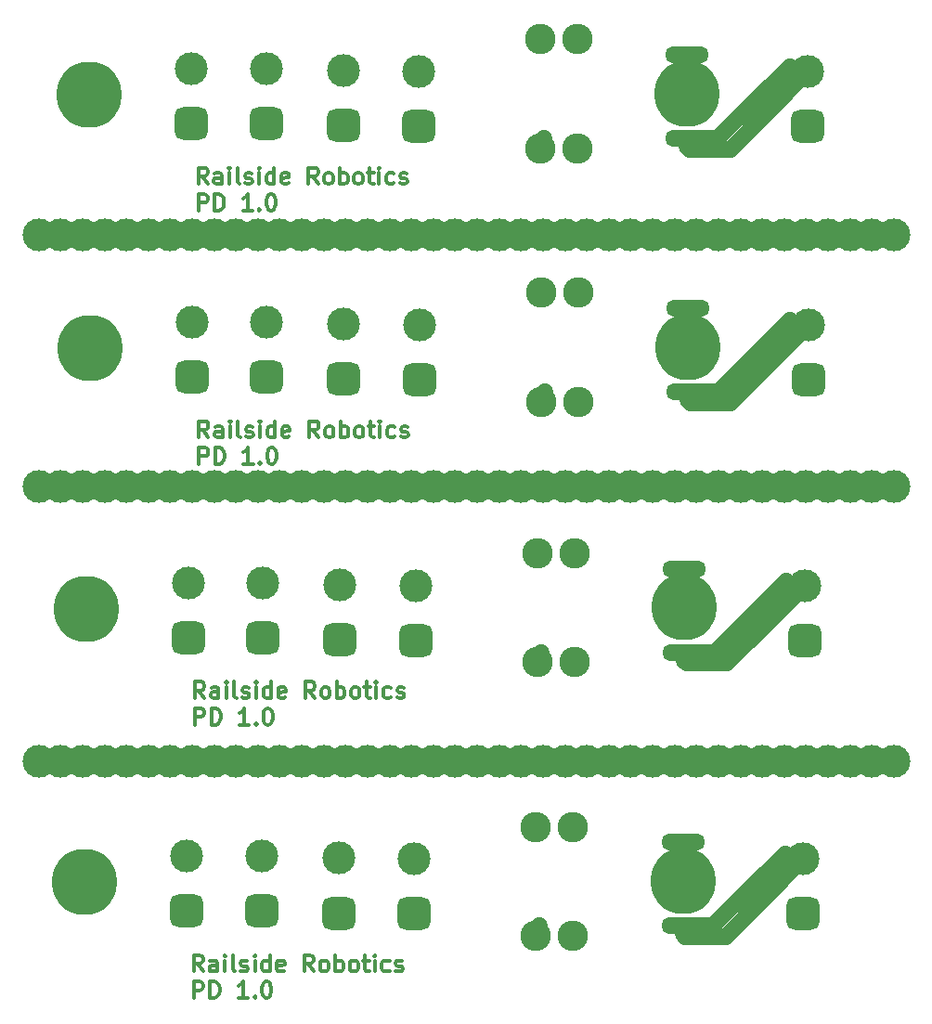
<source format=gbr>
%TF.GenerationSoftware,KiCad,Pcbnew,8.0.6*%
%TF.CreationDate,2024-11-20T17:21:20-05:00*%
%TF.ProjectId,RailsidePDB,5261696c-7369-4646-9550-44422e6b6963,rev?*%
%TF.SameCoordinates,Original*%
%TF.FileFunction,Copper,L1,Top*%
%TF.FilePolarity,Positive*%
%FSLAX46Y46*%
G04 Gerber Fmt 4.6, Leading zero omitted, Abs format (unit mm)*
G04 Created by KiCad (PCBNEW 8.0.6) date 2024-11-20 17:21:20*
%MOMM*%
%LPD*%
G01*
G04 APERTURE LIST*
G04 Aperture macros list*
%AMRoundRect*
0 Rectangle with rounded corners*
0 $1 Rounding radius*
0 $2 $3 $4 $5 $6 $7 $8 $9 X,Y pos of 4 corners*
0 Add a 4 corners polygon primitive as box body*
4,1,4,$2,$3,$4,$5,$6,$7,$8,$9,$2,$3,0*
0 Add four circle primitives for the rounded corners*
1,1,$1+$1,$2,$3*
1,1,$1+$1,$4,$5*
1,1,$1+$1,$6,$7*
1,1,$1+$1,$8,$9*
0 Add four rect primitives between the rounded corners*
20,1,$1+$1,$2,$3,$4,$5,0*
20,1,$1+$1,$4,$5,$6,$7,0*
20,1,$1+$1,$6,$7,$8,$9,0*
20,1,$1+$1,$8,$9,$2,$3,0*%
G04 Aperture macros list end*
%ADD10C,0.300000*%
%TA.AperFunction,NonConductor*%
%ADD11C,0.300000*%
%TD*%
%TA.AperFunction,ComponentPad*%
%ADD12C,3.000000*%
%TD*%
%TA.AperFunction,ComponentPad*%
%ADD13RoundRect,0.750000X0.750000X-0.750000X0.750000X0.750000X-0.750000X0.750000X-0.750000X-0.750000X0*%
%TD*%
%TA.AperFunction,ComponentPad*%
%ADD14C,2.780000*%
%TD*%
%TA.AperFunction,ComponentPad*%
%ADD15O,6.000000X6.000000*%
%TD*%
%TA.AperFunction,ComponentPad*%
%ADD16O,4.000000X1.500000*%
%TD*%
%TA.AperFunction,Conductor*%
%ADD17C,1.500000*%
%TD*%
G04 APERTURE END LIST*
D10*
D11*
X67001653Y-153195912D02*
X66501653Y-152481626D01*
X66144510Y-153195912D02*
X66144510Y-151695912D01*
X66144510Y-151695912D02*
X66715939Y-151695912D01*
X66715939Y-151695912D02*
X66858796Y-151767341D01*
X66858796Y-151767341D02*
X66930225Y-151838769D01*
X66930225Y-151838769D02*
X67001653Y-151981626D01*
X67001653Y-151981626D02*
X67001653Y-152195912D01*
X67001653Y-152195912D02*
X66930225Y-152338769D01*
X66930225Y-152338769D02*
X66858796Y-152410198D01*
X66858796Y-152410198D02*
X66715939Y-152481626D01*
X66715939Y-152481626D02*
X66144510Y-152481626D01*
X68287368Y-153195912D02*
X68287368Y-152410198D01*
X68287368Y-152410198D02*
X68215939Y-152267341D01*
X68215939Y-152267341D02*
X68073082Y-152195912D01*
X68073082Y-152195912D02*
X67787368Y-152195912D01*
X67787368Y-152195912D02*
X67644510Y-152267341D01*
X68287368Y-153124484D02*
X68144510Y-153195912D01*
X68144510Y-153195912D02*
X67787368Y-153195912D01*
X67787368Y-153195912D02*
X67644510Y-153124484D01*
X67644510Y-153124484D02*
X67573082Y-152981626D01*
X67573082Y-152981626D02*
X67573082Y-152838769D01*
X67573082Y-152838769D02*
X67644510Y-152695912D01*
X67644510Y-152695912D02*
X67787368Y-152624484D01*
X67787368Y-152624484D02*
X68144510Y-152624484D01*
X68144510Y-152624484D02*
X68287368Y-152553055D01*
X69001653Y-153195912D02*
X69001653Y-152195912D01*
X69001653Y-151695912D02*
X68930225Y-151767341D01*
X68930225Y-151767341D02*
X69001653Y-151838769D01*
X69001653Y-151838769D02*
X69073082Y-151767341D01*
X69073082Y-151767341D02*
X69001653Y-151695912D01*
X69001653Y-151695912D02*
X69001653Y-151838769D01*
X69930225Y-153195912D02*
X69787368Y-153124484D01*
X69787368Y-153124484D02*
X69715939Y-152981626D01*
X69715939Y-152981626D02*
X69715939Y-151695912D01*
X70430225Y-153124484D02*
X70573082Y-153195912D01*
X70573082Y-153195912D02*
X70858796Y-153195912D01*
X70858796Y-153195912D02*
X71001653Y-153124484D01*
X71001653Y-153124484D02*
X71073082Y-152981626D01*
X71073082Y-152981626D02*
X71073082Y-152910198D01*
X71073082Y-152910198D02*
X71001653Y-152767341D01*
X71001653Y-152767341D02*
X70858796Y-152695912D01*
X70858796Y-152695912D02*
X70644511Y-152695912D01*
X70644511Y-152695912D02*
X70501653Y-152624484D01*
X70501653Y-152624484D02*
X70430225Y-152481626D01*
X70430225Y-152481626D02*
X70430225Y-152410198D01*
X70430225Y-152410198D02*
X70501653Y-152267341D01*
X70501653Y-152267341D02*
X70644511Y-152195912D01*
X70644511Y-152195912D02*
X70858796Y-152195912D01*
X70858796Y-152195912D02*
X71001653Y-152267341D01*
X71715939Y-153195912D02*
X71715939Y-152195912D01*
X71715939Y-151695912D02*
X71644511Y-151767341D01*
X71644511Y-151767341D02*
X71715939Y-151838769D01*
X71715939Y-151838769D02*
X71787368Y-151767341D01*
X71787368Y-151767341D02*
X71715939Y-151695912D01*
X71715939Y-151695912D02*
X71715939Y-151838769D01*
X73073083Y-153195912D02*
X73073083Y-151695912D01*
X73073083Y-153124484D02*
X72930225Y-153195912D01*
X72930225Y-153195912D02*
X72644511Y-153195912D01*
X72644511Y-153195912D02*
X72501654Y-153124484D01*
X72501654Y-153124484D02*
X72430225Y-153053055D01*
X72430225Y-153053055D02*
X72358797Y-152910198D01*
X72358797Y-152910198D02*
X72358797Y-152481626D01*
X72358797Y-152481626D02*
X72430225Y-152338769D01*
X72430225Y-152338769D02*
X72501654Y-152267341D01*
X72501654Y-152267341D02*
X72644511Y-152195912D01*
X72644511Y-152195912D02*
X72930225Y-152195912D01*
X72930225Y-152195912D02*
X73073083Y-152267341D01*
X74358797Y-153124484D02*
X74215940Y-153195912D01*
X74215940Y-153195912D02*
X73930226Y-153195912D01*
X73930226Y-153195912D02*
X73787368Y-153124484D01*
X73787368Y-153124484D02*
X73715940Y-152981626D01*
X73715940Y-152981626D02*
X73715940Y-152410198D01*
X73715940Y-152410198D02*
X73787368Y-152267341D01*
X73787368Y-152267341D02*
X73930226Y-152195912D01*
X73930226Y-152195912D02*
X74215940Y-152195912D01*
X74215940Y-152195912D02*
X74358797Y-152267341D01*
X74358797Y-152267341D02*
X74430226Y-152410198D01*
X74430226Y-152410198D02*
X74430226Y-152553055D01*
X74430226Y-152553055D02*
X73715940Y-152695912D01*
X77073082Y-153195912D02*
X76573082Y-152481626D01*
X76215939Y-153195912D02*
X76215939Y-151695912D01*
X76215939Y-151695912D02*
X76787368Y-151695912D01*
X76787368Y-151695912D02*
X76930225Y-151767341D01*
X76930225Y-151767341D02*
X77001654Y-151838769D01*
X77001654Y-151838769D02*
X77073082Y-151981626D01*
X77073082Y-151981626D02*
X77073082Y-152195912D01*
X77073082Y-152195912D02*
X77001654Y-152338769D01*
X77001654Y-152338769D02*
X76930225Y-152410198D01*
X76930225Y-152410198D02*
X76787368Y-152481626D01*
X76787368Y-152481626D02*
X76215939Y-152481626D01*
X77930225Y-153195912D02*
X77787368Y-153124484D01*
X77787368Y-153124484D02*
X77715939Y-153053055D01*
X77715939Y-153053055D02*
X77644511Y-152910198D01*
X77644511Y-152910198D02*
X77644511Y-152481626D01*
X77644511Y-152481626D02*
X77715939Y-152338769D01*
X77715939Y-152338769D02*
X77787368Y-152267341D01*
X77787368Y-152267341D02*
X77930225Y-152195912D01*
X77930225Y-152195912D02*
X78144511Y-152195912D01*
X78144511Y-152195912D02*
X78287368Y-152267341D01*
X78287368Y-152267341D02*
X78358797Y-152338769D01*
X78358797Y-152338769D02*
X78430225Y-152481626D01*
X78430225Y-152481626D02*
X78430225Y-152910198D01*
X78430225Y-152910198D02*
X78358797Y-153053055D01*
X78358797Y-153053055D02*
X78287368Y-153124484D01*
X78287368Y-153124484D02*
X78144511Y-153195912D01*
X78144511Y-153195912D02*
X77930225Y-153195912D01*
X79073082Y-153195912D02*
X79073082Y-151695912D01*
X79073082Y-152267341D02*
X79215940Y-152195912D01*
X79215940Y-152195912D02*
X79501654Y-152195912D01*
X79501654Y-152195912D02*
X79644511Y-152267341D01*
X79644511Y-152267341D02*
X79715940Y-152338769D01*
X79715940Y-152338769D02*
X79787368Y-152481626D01*
X79787368Y-152481626D02*
X79787368Y-152910198D01*
X79787368Y-152910198D02*
X79715940Y-153053055D01*
X79715940Y-153053055D02*
X79644511Y-153124484D01*
X79644511Y-153124484D02*
X79501654Y-153195912D01*
X79501654Y-153195912D02*
X79215940Y-153195912D01*
X79215940Y-153195912D02*
X79073082Y-153124484D01*
X80644511Y-153195912D02*
X80501654Y-153124484D01*
X80501654Y-153124484D02*
X80430225Y-153053055D01*
X80430225Y-153053055D02*
X80358797Y-152910198D01*
X80358797Y-152910198D02*
X80358797Y-152481626D01*
X80358797Y-152481626D02*
X80430225Y-152338769D01*
X80430225Y-152338769D02*
X80501654Y-152267341D01*
X80501654Y-152267341D02*
X80644511Y-152195912D01*
X80644511Y-152195912D02*
X80858797Y-152195912D01*
X80858797Y-152195912D02*
X81001654Y-152267341D01*
X81001654Y-152267341D02*
X81073083Y-152338769D01*
X81073083Y-152338769D02*
X81144511Y-152481626D01*
X81144511Y-152481626D02*
X81144511Y-152910198D01*
X81144511Y-152910198D02*
X81073083Y-153053055D01*
X81073083Y-153053055D02*
X81001654Y-153124484D01*
X81001654Y-153124484D02*
X80858797Y-153195912D01*
X80858797Y-153195912D02*
X80644511Y-153195912D01*
X81573083Y-152195912D02*
X82144511Y-152195912D01*
X81787368Y-151695912D02*
X81787368Y-152981626D01*
X81787368Y-152981626D02*
X81858797Y-153124484D01*
X81858797Y-153124484D02*
X82001654Y-153195912D01*
X82001654Y-153195912D02*
X82144511Y-153195912D01*
X82644511Y-153195912D02*
X82644511Y-152195912D01*
X82644511Y-151695912D02*
X82573083Y-151767341D01*
X82573083Y-151767341D02*
X82644511Y-151838769D01*
X82644511Y-151838769D02*
X82715940Y-151767341D01*
X82715940Y-151767341D02*
X82644511Y-151695912D01*
X82644511Y-151695912D02*
X82644511Y-151838769D01*
X84001655Y-153124484D02*
X83858797Y-153195912D01*
X83858797Y-153195912D02*
X83573083Y-153195912D01*
X83573083Y-153195912D02*
X83430226Y-153124484D01*
X83430226Y-153124484D02*
X83358797Y-153053055D01*
X83358797Y-153053055D02*
X83287369Y-152910198D01*
X83287369Y-152910198D02*
X83287369Y-152481626D01*
X83287369Y-152481626D02*
X83358797Y-152338769D01*
X83358797Y-152338769D02*
X83430226Y-152267341D01*
X83430226Y-152267341D02*
X83573083Y-152195912D01*
X83573083Y-152195912D02*
X83858797Y-152195912D01*
X83858797Y-152195912D02*
X84001655Y-152267341D01*
X84573083Y-153124484D02*
X84715940Y-153195912D01*
X84715940Y-153195912D02*
X85001654Y-153195912D01*
X85001654Y-153195912D02*
X85144511Y-153124484D01*
X85144511Y-153124484D02*
X85215940Y-152981626D01*
X85215940Y-152981626D02*
X85215940Y-152910198D01*
X85215940Y-152910198D02*
X85144511Y-152767341D01*
X85144511Y-152767341D02*
X85001654Y-152695912D01*
X85001654Y-152695912D02*
X84787369Y-152695912D01*
X84787369Y-152695912D02*
X84644511Y-152624484D01*
X84644511Y-152624484D02*
X84573083Y-152481626D01*
X84573083Y-152481626D02*
X84573083Y-152410198D01*
X84573083Y-152410198D02*
X84644511Y-152267341D01*
X84644511Y-152267341D02*
X84787369Y-152195912D01*
X84787369Y-152195912D02*
X85001654Y-152195912D01*
X85001654Y-152195912D02*
X85144511Y-152267341D01*
X66144510Y-155610828D02*
X66144510Y-154110828D01*
X66144510Y-154110828D02*
X66715939Y-154110828D01*
X66715939Y-154110828D02*
X66858796Y-154182257D01*
X66858796Y-154182257D02*
X66930225Y-154253685D01*
X66930225Y-154253685D02*
X67001653Y-154396542D01*
X67001653Y-154396542D02*
X67001653Y-154610828D01*
X67001653Y-154610828D02*
X66930225Y-154753685D01*
X66930225Y-154753685D02*
X66858796Y-154825114D01*
X66858796Y-154825114D02*
X66715939Y-154896542D01*
X66715939Y-154896542D02*
X66144510Y-154896542D01*
X67644510Y-155610828D02*
X67644510Y-154110828D01*
X67644510Y-154110828D02*
X68001653Y-154110828D01*
X68001653Y-154110828D02*
X68215939Y-154182257D01*
X68215939Y-154182257D02*
X68358796Y-154325114D01*
X68358796Y-154325114D02*
X68430225Y-154467971D01*
X68430225Y-154467971D02*
X68501653Y-154753685D01*
X68501653Y-154753685D02*
X68501653Y-154967971D01*
X68501653Y-154967971D02*
X68430225Y-155253685D01*
X68430225Y-155253685D02*
X68358796Y-155396542D01*
X68358796Y-155396542D02*
X68215939Y-155539400D01*
X68215939Y-155539400D02*
X68001653Y-155610828D01*
X68001653Y-155610828D02*
X67644510Y-155610828D01*
X71073082Y-155610828D02*
X70215939Y-155610828D01*
X70644510Y-155610828D02*
X70644510Y-154110828D01*
X70644510Y-154110828D02*
X70501653Y-154325114D01*
X70501653Y-154325114D02*
X70358796Y-154467971D01*
X70358796Y-154467971D02*
X70215939Y-154539400D01*
X71715938Y-155467971D02*
X71787367Y-155539400D01*
X71787367Y-155539400D02*
X71715938Y-155610828D01*
X71715938Y-155610828D02*
X71644510Y-155539400D01*
X71644510Y-155539400D02*
X71715938Y-155467971D01*
X71715938Y-155467971D02*
X71715938Y-155610828D01*
X72715939Y-154110828D02*
X72858796Y-154110828D01*
X72858796Y-154110828D02*
X73001653Y-154182257D01*
X73001653Y-154182257D02*
X73073082Y-154253685D01*
X73073082Y-154253685D02*
X73144510Y-154396542D01*
X73144510Y-154396542D02*
X73215939Y-154682257D01*
X73215939Y-154682257D02*
X73215939Y-155039400D01*
X73215939Y-155039400D02*
X73144510Y-155325114D01*
X73144510Y-155325114D02*
X73073082Y-155467971D01*
X73073082Y-155467971D02*
X73001653Y-155539400D01*
X73001653Y-155539400D02*
X72858796Y-155610828D01*
X72858796Y-155610828D02*
X72715939Y-155610828D01*
X72715939Y-155610828D02*
X72573082Y-155539400D01*
X72573082Y-155539400D02*
X72501653Y-155467971D01*
X72501653Y-155467971D02*
X72430224Y-155325114D01*
X72430224Y-155325114D02*
X72358796Y-155039400D01*
X72358796Y-155039400D02*
X72358796Y-154682257D01*
X72358796Y-154682257D02*
X72430224Y-154396542D01*
X72430224Y-154396542D02*
X72501653Y-154253685D01*
X72501653Y-154253685D02*
X72573082Y-154182257D01*
X72573082Y-154182257D02*
X72715939Y-154110828D01*
D10*
D11*
X67126653Y-128275912D02*
X66626653Y-127561626D01*
X66269510Y-128275912D02*
X66269510Y-126775912D01*
X66269510Y-126775912D02*
X66840939Y-126775912D01*
X66840939Y-126775912D02*
X66983796Y-126847341D01*
X66983796Y-126847341D02*
X67055225Y-126918769D01*
X67055225Y-126918769D02*
X67126653Y-127061626D01*
X67126653Y-127061626D02*
X67126653Y-127275912D01*
X67126653Y-127275912D02*
X67055225Y-127418769D01*
X67055225Y-127418769D02*
X66983796Y-127490198D01*
X66983796Y-127490198D02*
X66840939Y-127561626D01*
X66840939Y-127561626D02*
X66269510Y-127561626D01*
X68412368Y-128275912D02*
X68412368Y-127490198D01*
X68412368Y-127490198D02*
X68340939Y-127347341D01*
X68340939Y-127347341D02*
X68198082Y-127275912D01*
X68198082Y-127275912D02*
X67912368Y-127275912D01*
X67912368Y-127275912D02*
X67769510Y-127347341D01*
X68412368Y-128204484D02*
X68269510Y-128275912D01*
X68269510Y-128275912D02*
X67912368Y-128275912D01*
X67912368Y-128275912D02*
X67769510Y-128204484D01*
X67769510Y-128204484D02*
X67698082Y-128061626D01*
X67698082Y-128061626D02*
X67698082Y-127918769D01*
X67698082Y-127918769D02*
X67769510Y-127775912D01*
X67769510Y-127775912D02*
X67912368Y-127704484D01*
X67912368Y-127704484D02*
X68269510Y-127704484D01*
X68269510Y-127704484D02*
X68412368Y-127633055D01*
X69126653Y-128275912D02*
X69126653Y-127275912D01*
X69126653Y-126775912D02*
X69055225Y-126847341D01*
X69055225Y-126847341D02*
X69126653Y-126918769D01*
X69126653Y-126918769D02*
X69198082Y-126847341D01*
X69198082Y-126847341D02*
X69126653Y-126775912D01*
X69126653Y-126775912D02*
X69126653Y-126918769D01*
X70055225Y-128275912D02*
X69912368Y-128204484D01*
X69912368Y-128204484D02*
X69840939Y-128061626D01*
X69840939Y-128061626D02*
X69840939Y-126775912D01*
X70555225Y-128204484D02*
X70698082Y-128275912D01*
X70698082Y-128275912D02*
X70983796Y-128275912D01*
X70983796Y-128275912D02*
X71126653Y-128204484D01*
X71126653Y-128204484D02*
X71198082Y-128061626D01*
X71198082Y-128061626D02*
X71198082Y-127990198D01*
X71198082Y-127990198D02*
X71126653Y-127847341D01*
X71126653Y-127847341D02*
X70983796Y-127775912D01*
X70983796Y-127775912D02*
X70769511Y-127775912D01*
X70769511Y-127775912D02*
X70626653Y-127704484D01*
X70626653Y-127704484D02*
X70555225Y-127561626D01*
X70555225Y-127561626D02*
X70555225Y-127490198D01*
X70555225Y-127490198D02*
X70626653Y-127347341D01*
X70626653Y-127347341D02*
X70769511Y-127275912D01*
X70769511Y-127275912D02*
X70983796Y-127275912D01*
X70983796Y-127275912D02*
X71126653Y-127347341D01*
X71840939Y-128275912D02*
X71840939Y-127275912D01*
X71840939Y-126775912D02*
X71769511Y-126847341D01*
X71769511Y-126847341D02*
X71840939Y-126918769D01*
X71840939Y-126918769D02*
X71912368Y-126847341D01*
X71912368Y-126847341D02*
X71840939Y-126775912D01*
X71840939Y-126775912D02*
X71840939Y-126918769D01*
X73198083Y-128275912D02*
X73198083Y-126775912D01*
X73198083Y-128204484D02*
X73055225Y-128275912D01*
X73055225Y-128275912D02*
X72769511Y-128275912D01*
X72769511Y-128275912D02*
X72626654Y-128204484D01*
X72626654Y-128204484D02*
X72555225Y-128133055D01*
X72555225Y-128133055D02*
X72483797Y-127990198D01*
X72483797Y-127990198D02*
X72483797Y-127561626D01*
X72483797Y-127561626D02*
X72555225Y-127418769D01*
X72555225Y-127418769D02*
X72626654Y-127347341D01*
X72626654Y-127347341D02*
X72769511Y-127275912D01*
X72769511Y-127275912D02*
X73055225Y-127275912D01*
X73055225Y-127275912D02*
X73198083Y-127347341D01*
X74483797Y-128204484D02*
X74340940Y-128275912D01*
X74340940Y-128275912D02*
X74055226Y-128275912D01*
X74055226Y-128275912D02*
X73912368Y-128204484D01*
X73912368Y-128204484D02*
X73840940Y-128061626D01*
X73840940Y-128061626D02*
X73840940Y-127490198D01*
X73840940Y-127490198D02*
X73912368Y-127347341D01*
X73912368Y-127347341D02*
X74055226Y-127275912D01*
X74055226Y-127275912D02*
X74340940Y-127275912D01*
X74340940Y-127275912D02*
X74483797Y-127347341D01*
X74483797Y-127347341D02*
X74555226Y-127490198D01*
X74555226Y-127490198D02*
X74555226Y-127633055D01*
X74555226Y-127633055D02*
X73840940Y-127775912D01*
X77198082Y-128275912D02*
X76698082Y-127561626D01*
X76340939Y-128275912D02*
X76340939Y-126775912D01*
X76340939Y-126775912D02*
X76912368Y-126775912D01*
X76912368Y-126775912D02*
X77055225Y-126847341D01*
X77055225Y-126847341D02*
X77126654Y-126918769D01*
X77126654Y-126918769D02*
X77198082Y-127061626D01*
X77198082Y-127061626D02*
X77198082Y-127275912D01*
X77198082Y-127275912D02*
X77126654Y-127418769D01*
X77126654Y-127418769D02*
X77055225Y-127490198D01*
X77055225Y-127490198D02*
X76912368Y-127561626D01*
X76912368Y-127561626D02*
X76340939Y-127561626D01*
X78055225Y-128275912D02*
X77912368Y-128204484D01*
X77912368Y-128204484D02*
X77840939Y-128133055D01*
X77840939Y-128133055D02*
X77769511Y-127990198D01*
X77769511Y-127990198D02*
X77769511Y-127561626D01*
X77769511Y-127561626D02*
X77840939Y-127418769D01*
X77840939Y-127418769D02*
X77912368Y-127347341D01*
X77912368Y-127347341D02*
X78055225Y-127275912D01*
X78055225Y-127275912D02*
X78269511Y-127275912D01*
X78269511Y-127275912D02*
X78412368Y-127347341D01*
X78412368Y-127347341D02*
X78483797Y-127418769D01*
X78483797Y-127418769D02*
X78555225Y-127561626D01*
X78555225Y-127561626D02*
X78555225Y-127990198D01*
X78555225Y-127990198D02*
X78483797Y-128133055D01*
X78483797Y-128133055D02*
X78412368Y-128204484D01*
X78412368Y-128204484D02*
X78269511Y-128275912D01*
X78269511Y-128275912D02*
X78055225Y-128275912D01*
X79198082Y-128275912D02*
X79198082Y-126775912D01*
X79198082Y-127347341D02*
X79340940Y-127275912D01*
X79340940Y-127275912D02*
X79626654Y-127275912D01*
X79626654Y-127275912D02*
X79769511Y-127347341D01*
X79769511Y-127347341D02*
X79840940Y-127418769D01*
X79840940Y-127418769D02*
X79912368Y-127561626D01*
X79912368Y-127561626D02*
X79912368Y-127990198D01*
X79912368Y-127990198D02*
X79840940Y-128133055D01*
X79840940Y-128133055D02*
X79769511Y-128204484D01*
X79769511Y-128204484D02*
X79626654Y-128275912D01*
X79626654Y-128275912D02*
X79340940Y-128275912D01*
X79340940Y-128275912D02*
X79198082Y-128204484D01*
X80769511Y-128275912D02*
X80626654Y-128204484D01*
X80626654Y-128204484D02*
X80555225Y-128133055D01*
X80555225Y-128133055D02*
X80483797Y-127990198D01*
X80483797Y-127990198D02*
X80483797Y-127561626D01*
X80483797Y-127561626D02*
X80555225Y-127418769D01*
X80555225Y-127418769D02*
X80626654Y-127347341D01*
X80626654Y-127347341D02*
X80769511Y-127275912D01*
X80769511Y-127275912D02*
X80983797Y-127275912D01*
X80983797Y-127275912D02*
X81126654Y-127347341D01*
X81126654Y-127347341D02*
X81198083Y-127418769D01*
X81198083Y-127418769D02*
X81269511Y-127561626D01*
X81269511Y-127561626D02*
X81269511Y-127990198D01*
X81269511Y-127990198D02*
X81198083Y-128133055D01*
X81198083Y-128133055D02*
X81126654Y-128204484D01*
X81126654Y-128204484D02*
X80983797Y-128275912D01*
X80983797Y-128275912D02*
X80769511Y-128275912D01*
X81698083Y-127275912D02*
X82269511Y-127275912D01*
X81912368Y-126775912D02*
X81912368Y-128061626D01*
X81912368Y-128061626D02*
X81983797Y-128204484D01*
X81983797Y-128204484D02*
X82126654Y-128275912D01*
X82126654Y-128275912D02*
X82269511Y-128275912D01*
X82769511Y-128275912D02*
X82769511Y-127275912D01*
X82769511Y-126775912D02*
X82698083Y-126847341D01*
X82698083Y-126847341D02*
X82769511Y-126918769D01*
X82769511Y-126918769D02*
X82840940Y-126847341D01*
X82840940Y-126847341D02*
X82769511Y-126775912D01*
X82769511Y-126775912D02*
X82769511Y-126918769D01*
X84126655Y-128204484D02*
X83983797Y-128275912D01*
X83983797Y-128275912D02*
X83698083Y-128275912D01*
X83698083Y-128275912D02*
X83555226Y-128204484D01*
X83555226Y-128204484D02*
X83483797Y-128133055D01*
X83483797Y-128133055D02*
X83412369Y-127990198D01*
X83412369Y-127990198D02*
X83412369Y-127561626D01*
X83412369Y-127561626D02*
X83483797Y-127418769D01*
X83483797Y-127418769D02*
X83555226Y-127347341D01*
X83555226Y-127347341D02*
X83698083Y-127275912D01*
X83698083Y-127275912D02*
X83983797Y-127275912D01*
X83983797Y-127275912D02*
X84126655Y-127347341D01*
X84698083Y-128204484D02*
X84840940Y-128275912D01*
X84840940Y-128275912D02*
X85126654Y-128275912D01*
X85126654Y-128275912D02*
X85269511Y-128204484D01*
X85269511Y-128204484D02*
X85340940Y-128061626D01*
X85340940Y-128061626D02*
X85340940Y-127990198D01*
X85340940Y-127990198D02*
X85269511Y-127847341D01*
X85269511Y-127847341D02*
X85126654Y-127775912D01*
X85126654Y-127775912D02*
X84912369Y-127775912D01*
X84912369Y-127775912D02*
X84769511Y-127704484D01*
X84769511Y-127704484D02*
X84698083Y-127561626D01*
X84698083Y-127561626D02*
X84698083Y-127490198D01*
X84698083Y-127490198D02*
X84769511Y-127347341D01*
X84769511Y-127347341D02*
X84912369Y-127275912D01*
X84912369Y-127275912D02*
X85126654Y-127275912D01*
X85126654Y-127275912D02*
X85269511Y-127347341D01*
X66269510Y-130690828D02*
X66269510Y-129190828D01*
X66269510Y-129190828D02*
X66840939Y-129190828D01*
X66840939Y-129190828D02*
X66983796Y-129262257D01*
X66983796Y-129262257D02*
X67055225Y-129333685D01*
X67055225Y-129333685D02*
X67126653Y-129476542D01*
X67126653Y-129476542D02*
X67126653Y-129690828D01*
X67126653Y-129690828D02*
X67055225Y-129833685D01*
X67055225Y-129833685D02*
X66983796Y-129905114D01*
X66983796Y-129905114D02*
X66840939Y-129976542D01*
X66840939Y-129976542D02*
X66269510Y-129976542D01*
X67769510Y-130690828D02*
X67769510Y-129190828D01*
X67769510Y-129190828D02*
X68126653Y-129190828D01*
X68126653Y-129190828D02*
X68340939Y-129262257D01*
X68340939Y-129262257D02*
X68483796Y-129405114D01*
X68483796Y-129405114D02*
X68555225Y-129547971D01*
X68555225Y-129547971D02*
X68626653Y-129833685D01*
X68626653Y-129833685D02*
X68626653Y-130047971D01*
X68626653Y-130047971D02*
X68555225Y-130333685D01*
X68555225Y-130333685D02*
X68483796Y-130476542D01*
X68483796Y-130476542D02*
X68340939Y-130619400D01*
X68340939Y-130619400D02*
X68126653Y-130690828D01*
X68126653Y-130690828D02*
X67769510Y-130690828D01*
X71198082Y-130690828D02*
X70340939Y-130690828D01*
X70769510Y-130690828D02*
X70769510Y-129190828D01*
X70769510Y-129190828D02*
X70626653Y-129405114D01*
X70626653Y-129405114D02*
X70483796Y-129547971D01*
X70483796Y-129547971D02*
X70340939Y-129619400D01*
X71840938Y-130547971D02*
X71912367Y-130619400D01*
X71912367Y-130619400D02*
X71840938Y-130690828D01*
X71840938Y-130690828D02*
X71769510Y-130619400D01*
X71769510Y-130619400D02*
X71840938Y-130547971D01*
X71840938Y-130547971D02*
X71840938Y-130690828D01*
X72840939Y-129190828D02*
X72983796Y-129190828D01*
X72983796Y-129190828D02*
X73126653Y-129262257D01*
X73126653Y-129262257D02*
X73198082Y-129333685D01*
X73198082Y-129333685D02*
X73269510Y-129476542D01*
X73269510Y-129476542D02*
X73340939Y-129762257D01*
X73340939Y-129762257D02*
X73340939Y-130119400D01*
X73340939Y-130119400D02*
X73269510Y-130405114D01*
X73269510Y-130405114D02*
X73198082Y-130547971D01*
X73198082Y-130547971D02*
X73126653Y-130619400D01*
X73126653Y-130619400D02*
X72983796Y-130690828D01*
X72983796Y-130690828D02*
X72840939Y-130690828D01*
X72840939Y-130690828D02*
X72698082Y-130619400D01*
X72698082Y-130619400D02*
X72626653Y-130547971D01*
X72626653Y-130547971D02*
X72555224Y-130405114D01*
X72555224Y-130405114D02*
X72483796Y-130119400D01*
X72483796Y-130119400D02*
X72483796Y-129762257D01*
X72483796Y-129762257D02*
X72555224Y-129476542D01*
X72555224Y-129476542D02*
X72626653Y-129333685D01*
X72626653Y-129333685D02*
X72698082Y-129262257D01*
X72698082Y-129262257D02*
X72840939Y-129190828D01*
D10*
D11*
X67476653Y-104500912D02*
X66976653Y-103786626D01*
X66619510Y-104500912D02*
X66619510Y-103000912D01*
X66619510Y-103000912D02*
X67190939Y-103000912D01*
X67190939Y-103000912D02*
X67333796Y-103072341D01*
X67333796Y-103072341D02*
X67405225Y-103143769D01*
X67405225Y-103143769D02*
X67476653Y-103286626D01*
X67476653Y-103286626D02*
X67476653Y-103500912D01*
X67476653Y-103500912D02*
X67405225Y-103643769D01*
X67405225Y-103643769D02*
X67333796Y-103715198D01*
X67333796Y-103715198D02*
X67190939Y-103786626D01*
X67190939Y-103786626D02*
X66619510Y-103786626D01*
X68762368Y-104500912D02*
X68762368Y-103715198D01*
X68762368Y-103715198D02*
X68690939Y-103572341D01*
X68690939Y-103572341D02*
X68548082Y-103500912D01*
X68548082Y-103500912D02*
X68262368Y-103500912D01*
X68262368Y-103500912D02*
X68119510Y-103572341D01*
X68762368Y-104429484D02*
X68619510Y-104500912D01*
X68619510Y-104500912D02*
X68262368Y-104500912D01*
X68262368Y-104500912D02*
X68119510Y-104429484D01*
X68119510Y-104429484D02*
X68048082Y-104286626D01*
X68048082Y-104286626D02*
X68048082Y-104143769D01*
X68048082Y-104143769D02*
X68119510Y-104000912D01*
X68119510Y-104000912D02*
X68262368Y-103929484D01*
X68262368Y-103929484D02*
X68619510Y-103929484D01*
X68619510Y-103929484D02*
X68762368Y-103858055D01*
X69476653Y-104500912D02*
X69476653Y-103500912D01*
X69476653Y-103000912D02*
X69405225Y-103072341D01*
X69405225Y-103072341D02*
X69476653Y-103143769D01*
X69476653Y-103143769D02*
X69548082Y-103072341D01*
X69548082Y-103072341D02*
X69476653Y-103000912D01*
X69476653Y-103000912D02*
X69476653Y-103143769D01*
X70405225Y-104500912D02*
X70262368Y-104429484D01*
X70262368Y-104429484D02*
X70190939Y-104286626D01*
X70190939Y-104286626D02*
X70190939Y-103000912D01*
X70905225Y-104429484D02*
X71048082Y-104500912D01*
X71048082Y-104500912D02*
X71333796Y-104500912D01*
X71333796Y-104500912D02*
X71476653Y-104429484D01*
X71476653Y-104429484D02*
X71548082Y-104286626D01*
X71548082Y-104286626D02*
X71548082Y-104215198D01*
X71548082Y-104215198D02*
X71476653Y-104072341D01*
X71476653Y-104072341D02*
X71333796Y-104000912D01*
X71333796Y-104000912D02*
X71119511Y-104000912D01*
X71119511Y-104000912D02*
X70976653Y-103929484D01*
X70976653Y-103929484D02*
X70905225Y-103786626D01*
X70905225Y-103786626D02*
X70905225Y-103715198D01*
X70905225Y-103715198D02*
X70976653Y-103572341D01*
X70976653Y-103572341D02*
X71119511Y-103500912D01*
X71119511Y-103500912D02*
X71333796Y-103500912D01*
X71333796Y-103500912D02*
X71476653Y-103572341D01*
X72190939Y-104500912D02*
X72190939Y-103500912D01*
X72190939Y-103000912D02*
X72119511Y-103072341D01*
X72119511Y-103072341D02*
X72190939Y-103143769D01*
X72190939Y-103143769D02*
X72262368Y-103072341D01*
X72262368Y-103072341D02*
X72190939Y-103000912D01*
X72190939Y-103000912D02*
X72190939Y-103143769D01*
X73548083Y-104500912D02*
X73548083Y-103000912D01*
X73548083Y-104429484D02*
X73405225Y-104500912D01*
X73405225Y-104500912D02*
X73119511Y-104500912D01*
X73119511Y-104500912D02*
X72976654Y-104429484D01*
X72976654Y-104429484D02*
X72905225Y-104358055D01*
X72905225Y-104358055D02*
X72833797Y-104215198D01*
X72833797Y-104215198D02*
X72833797Y-103786626D01*
X72833797Y-103786626D02*
X72905225Y-103643769D01*
X72905225Y-103643769D02*
X72976654Y-103572341D01*
X72976654Y-103572341D02*
X73119511Y-103500912D01*
X73119511Y-103500912D02*
X73405225Y-103500912D01*
X73405225Y-103500912D02*
X73548083Y-103572341D01*
X74833797Y-104429484D02*
X74690940Y-104500912D01*
X74690940Y-104500912D02*
X74405226Y-104500912D01*
X74405226Y-104500912D02*
X74262368Y-104429484D01*
X74262368Y-104429484D02*
X74190940Y-104286626D01*
X74190940Y-104286626D02*
X74190940Y-103715198D01*
X74190940Y-103715198D02*
X74262368Y-103572341D01*
X74262368Y-103572341D02*
X74405226Y-103500912D01*
X74405226Y-103500912D02*
X74690940Y-103500912D01*
X74690940Y-103500912D02*
X74833797Y-103572341D01*
X74833797Y-103572341D02*
X74905226Y-103715198D01*
X74905226Y-103715198D02*
X74905226Y-103858055D01*
X74905226Y-103858055D02*
X74190940Y-104000912D01*
X77548082Y-104500912D02*
X77048082Y-103786626D01*
X76690939Y-104500912D02*
X76690939Y-103000912D01*
X76690939Y-103000912D02*
X77262368Y-103000912D01*
X77262368Y-103000912D02*
X77405225Y-103072341D01*
X77405225Y-103072341D02*
X77476654Y-103143769D01*
X77476654Y-103143769D02*
X77548082Y-103286626D01*
X77548082Y-103286626D02*
X77548082Y-103500912D01*
X77548082Y-103500912D02*
X77476654Y-103643769D01*
X77476654Y-103643769D02*
X77405225Y-103715198D01*
X77405225Y-103715198D02*
X77262368Y-103786626D01*
X77262368Y-103786626D02*
X76690939Y-103786626D01*
X78405225Y-104500912D02*
X78262368Y-104429484D01*
X78262368Y-104429484D02*
X78190939Y-104358055D01*
X78190939Y-104358055D02*
X78119511Y-104215198D01*
X78119511Y-104215198D02*
X78119511Y-103786626D01*
X78119511Y-103786626D02*
X78190939Y-103643769D01*
X78190939Y-103643769D02*
X78262368Y-103572341D01*
X78262368Y-103572341D02*
X78405225Y-103500912D01*
X78405225Y-103500912D02*
X78619511Y-103500912D01*
X78619511Y-103500912D02*
X78762368Y-103572341D01*
X78762368Y-103572341D02*
X78833797Y-103643769D01*
X78833797Y-103643769D02*
X78905225Y-103786626D01*
X78905225Y-103786626D02*
X78905225Y-104215198D01*
X78905225Y-104215198D02*
X78833797Y-104358055D01*
X78833797Y-104358055D02*
X78762368Y-104429484D01*
X78762368Y-104429484D02*
X78619511Y-104500912D01*
X78619511Y-104500912D02*
X78405225Y-104500912D01*
X79548082Y-104500912D02*
X79548082Y-103000912D01*
X79548082Y-103572341D02*
X79690940Y-103500912D01*
X79690940Y-103500912D02*
X79976654Y-103500912D01*
X79976654Y-103500912D02*
X80119511Y-103572341D01*
X80119511Y-103572341D02*
X80190940Y-103643769D01*
X80190940Y-103643769D02*
X80262368Y-103786626D01*
X80262368Y-103786626D02*
X80262368Y-104215198D01*
X80262368Y-104215198D02*
X80190940Y-104358055D01*
X80190940Y-104358055D02*
X80119511Y-104429484D01*
X80119511Y-104429484D02*
X79976654Y-104500912D01*
X79976654Y-104500912D02*
X79690940Y-104500912D01*
X79690940Y-104500912D02*
X79548082Y-104429484D01*
X81119511Y-104500912D02*
X80976654Y-104429484D01*
X80976654Y-104429484D02*
X80905225Y-104358055D01*
X80905225Y-104358055D02*
X80833797Y-104215198D01*
X80833797Y-104215198D02*
X80833797Y-103786626D01*
X80833797Y-103786626D02*
X80905225Y-103643769D01*
X80905225Y-103643769D02*
X80976654Y-103572341D01*
X80976654Y-103572341D02*
X81119511Y-103500912D01*
X81119511Y-103500912D02*
X81333797Y-103500912D01*
X81333797Y-103500912D02*
X81476654Y-103572341D01*
X81476654Y-103572341D02*
X81548083Y-103643769D01*
X81548083Y-103643769D02*
X81619511Y-103786626D01*
X81619511Y-103786626D02*
X81619511Y-104215198D01*
X81619511Y-104215198D02*
X81548083Y-104358055D01*
X81548083Y-104358055D02*
X81476654Y-104429484D01*
X81476654Y-104429484D02*
X81333797Y-104500912D01*
X81333797Y-104500912D02*
X81119511Y-104500912D01*
X82048083Y-103500912D02*
X82619511Y-103500912D01*
X82262368Y-103000912D02*
X82262368Y-104286626D01*
X82262368Y-104286626D02*
X82333797Y-104429484D01*
X82333797Y-104429484D02*
X82476654Y-104500912D01*
X82476654Y-104500912D02*
X82619511Y-104500912D01*
X83119511Y-104500912D02*
X83119511Y-103500912D01*
X83119511Y-103000912D02*
X83048083Y-103072341D01*
X83048083Y-103072341D02*
X83119511Y-103143769D01*
X83119511Y-103143769D02*
X83190940Y-103072341D01*
X83190940Y-103072341D02*
X83119511Y-103000912D01*
X83119511Y-103000912D02*
X83119511Y-103143769D01*
X84476655Y-104429484D02*
X84333797Y-104500912D01*
X84333797Y-104500912D02*
X84048083Y-104500912D01*
X84048083Y-104500912D02*
X83905226Y-104429484D01*
X83905226Y-104429484D02*
X83833797Y-104358055D01*
X83833797Y-104358055D02*
X83762369Y-104215198D01*
X83762369Y-104215198D02*
X83762369Y-103786626D01*
X83762369Y-103786626D02*
X83833797Y-103643769D01*
X83833797Y-103643769D02*
X83905226Y-103572341D01*
X83905226Y-103572341D02*
X84048083Y-103500912D01*
X84048083Y-103500912D02*
X84333797Y-103500912D01*
X84333797Y-103500912D02*
X84476655Y-103572341D01*
X85048083Y-104429484D02*
X85190940Y-104500912D01*
X85190940Y-104500912D02*
X85476654Y-104500912D01*
X85476654Y-104500912D02*
X85619511Y-104429484D01*
X85619511Y-104429484D02*
X85690940Y-104286626D01*
X85690940Y-104286626D02*
X85690940Y-104215198D01*
X85690940Y-104215198D02*
X85619511Y-104072341D01*
X85619511Y-104072341D02*
X85476654Y-104000912D01*
X85476654Y-104000912D02*
X85262369Y-104000912D01*
X85262369Y-104000912D02*
X85119511Y-103929484D01*
X85119511Y-103929484D02*
X85048083Y-103786626D01*
X85048083Y-103786626D02*
X85048083Y-103715198D01*
X85048083Y-103715198D02*
X85119511Y-103572341D01*
X85119511Y-103572341D02*
X85262369Y-103500912D01*
X85262369Y-103500912D02*
X85476654Y-103500912D01*
X85476654Y-103500912D02*
X85619511Y-103572341D01*
X66619510Y-106915828D02*
X66619510Y-105415828D01*
X66619510Y-105415828D02*
X67190939Y-105415828D01*
X67190939Y-105415828D02*
X67333796Y-105487257D01*
X67333796Y-105487257D02*
X67405225Y-105558685D01*
X67405225Y-105558685D02*
X67476653Y-105701542D01*
X67476653Y-105701542D02*
X67476653Y-105915828D01*
X67476653Y-105915828D02*
X67405225Y-106058685D01*
X67405225Y-106058685D02*
X67333796Y-106130114D01*
X67333796Y-106130114D02*
X67190939Y-106201542D01*
X67190939Y-106201542D02*
X66619510Y-106201542D01*
X68119510Y-106915828D02*
X68119510Y-105415828D01*
X68119510Y-105415828D02*
X68476653Y-105415828D01*
X68476653Y-105415828D02*
X68690939Y-105487257D01*
X68690939Y-105487257D02*
X68833796Y-105630114D01*
X68833796Y-105630114D02*
X68905225Y-105772971D01*
X68905225Y-105772971D02*
X68976653Y-106058685D01*
X68976653Y-106058685D02*
X68976653Y-106272971D01*
X68976653Y-106272971D02*
X68905225Y-106558685D01*
X68905225Y-106558685D02*
X68833796Y-106701542D01*
X68833796Y-106701542D02*
X68690939Y-106844400D01*
X68690939Y-106844400D02*
X68476653Y-106915828D01*
X68476653Y-106915828D02*
X68119510Y-106915828D01*
X71548082Y-106915828D02*
X70690939Y-106915828D01*
X71119510Y-106915828D02*
X71119510Y-105415828D01*
X71119510Y-105415828D02*
X70976653Y-105630114D01*
X70976653Y-105630114D02*
X70833796Y-105772971D01*
X70833796Y-105772971D02*
X70690939Y-105844400D01*
X72190938Y-106772971D02*
X72262367Y-106844400D01*
X72262367Y-106844400D02*
X72190938Y-106915828D01*
X72190938Y-106915828D02*
X72119510Y-106844400D01*
X72119510Y-106844400D02*
X72190938Y-106772971D01*
X72190938Y-106772971D02*
X72190938Y-106915828D01*
X73190939Y-105415828D02*
X73333796Y-105415828D01*
X73333796Y-105415828D02*
X73476653Y-105487257D01*
X73476653Y-105487257D02*
X73548082Y-105558685D01*
X73548082Y-105558685D02*
X73619510Y-105701542D01*
X73619510Y-105701542D02*
X73690939Y-105987257D01*
X73690939Y-105987257D02*
X73690939Y-106344400D01*
X73690939Y-106344400D02*
X73619510Y-106630114D01*
X73619510Y-106630114D02*
X73548082Y-106772971D01*
X73548082Y-106772971D02*
X73476653Y-106844400D01*
X73476653Y-106844400D02*
X73333796Y-106915828D01*
X73333796Y-106915828D02*
X73190939Y-106915828D01*
X73190939Y-106915828D02*
X73048082Y-106844400D01*
X73048082Y-106844400D02*
X72976653Y-106772971D01*
X72976653Y-106772971D02*
X72905224Y-106630114D01*
X72905224Y-106630114D02*
X72833796Y-106344400D01*
X72833796Y-106344400D02*
X72833796Y-105987257D01*
X72833796Y-105987257D02*
X72905224Y-105701542D01*
X72905224Y-105701542D02*
X72976653Y-105558685D01*
X72976653Y-105558685D02*
X73048082Y-105487257D01*
X73048082Y-105487257D02*
X73190939Y-105415828D01*
D10*
D11*
X67411653Y-81385912D02*
X66911653Y-80671626D01*
X66554510Y-81385912D02*
X66554510Y-79885912D01*
X66554510Y-79885912D02*
X67125939Y-79885912D01*
X67125939Y-79885912D02*
X67268796Y-79957341D01*
X67268796Y-79957341D02*
X67340225Y-80028769D01*
X67340225Y-80028769D02*
X67411653Y-80171626D01*
X67411653Y-80171626D02*
X67411653Y-80385912D01*
X67411653Y-80385912D02*
X67340225Y-80528769D01*
X67340225Y-80528769D02*
X67268796Y-80600198D01*
X67268796Y-80600198D02*
X67125939Y-80671626D01*
X67125939Y-80671626D02*
X66554510Y-80671626D01*
X68697368Y-81385912D02*
X68697368Y-80600198D01*
X68697368Y-80600198D02*
X68625939Y-80457341D01*
X68625939Y-80457341D02*
X68483082Y-80385912D01*
X68483082Y-80385912D02*
X68197368Y-80385912D01*
X68197368Y-80385912D02*
X68054510Y-80457341D01*
X68697368Y-81314484D02*
X68554510Y-81385912D01*
X68554510Y-81385912D02*
X68197368Y-81385912D01*
X68197368Y-81385912D02*
X68054510Y-81314484D01*
X68054510Y-81314484D02*
X67983082Y-81171626D01*
X67983082Y-81171626D02*
X67983082Y-81028769D01*
X67983082Y-81028769D02*
X68054510Y-80885912D01*
X68054510Y-80885912D02*
X68197368Y-80814484D01*
X68197368Y-80814484D02*
X68554510Y-80814484D01*
X68554510Y-80814484D02*
X68697368Y-80743055D01*
X69411653Y-81385912D02*
X69411653Y-80385912D01*
X69411653Y-79885912D02*
X69340225Y-79957341D01*
X69340225Y-79957341D02*
X69411653Y-80028769D01*
X69411653Y-80028769D02*
X69483082Y-79957341D01*
X69483082Y-79957341D02*
X69411653Y-79885912D01*
X69411653Y-79885912D02*
X69411653Y-80028769D01*
X70340225Y-81385912D02*
X70197368Y-81314484D01*
X70197368Y-81314484D02*
X70125939Y-81171626D01*
X70125939Y-81171626D02*
X70125939Y-79885912D01*
X70840225Y-81314484D02*
X70983082Y-81385912D01*
X70983082Y-81385912D02*
X71268796Y-81385912D01*
X71268796Y-81385912D02*
X71411653Y-81314484D01*
X71411653Y-81314484D02*
X71483082Y-81171626D01*
X71483082Y-81171626D02*
X71483082Y-81100198D01*
X71483082Y-81100198D02*
X71411653Y-80957341D01*
X71411653Y-80957341D02*
X71268796Y-80885912D01*
X71268796Y-80885912D02*
X71054511Y-80885912D01*
X71054511Y-80885912D02*
X70911653Y-80814484D01*
X70911653Y-80814484D02*
X70840225Y-80671626D01*
X70840225Y-80671626D02*
X70840225Y-80600198D01*
X70840225Y-80600198D02*
X70911653Y-80457341D01*
X70911653Y-80457341D02*
X71054511Y-80385912D01*
X71054511Y-80385912D02*
X71268796Y-80385912D01*
X71268796Y-80385912D02*
X71411653Y-80457341D01*
X72125939Y-81385912D02*
X72125939Y-80385912D01*
X72125939Y-79885912D02*
X72054511Y-79957341D01*
X72054511Y-79957341D02*
X72125939Y-80028769D01*
X72125939Y-80028769D02*
X72197368Y-79957341D01*
X72197368Y-79957341D02*
X72125939Y-79885912D01*
X72125939Y-79885912D02*
X72125939Y-80028769D01*
X73483083Y-81385912D02*
X73483083Y-79885912D01*
X73483083Y-81314484D02*
X73340225Y-81385912D01*
X73340225Y-81385912D02*
X73054511Y-81385912D01*
X73054511Y-81385912D02*
X72911654Y-81314484D01*
X72911654Y-81314484D02*
X72840225Y-81243055D01*
X72840225Y-81243055D02*
X72768797Y-81100198D01*
X72768797Y-81100198D02*
X72768797Y-80671626D01*
X72768797Y-80671626D02*
X72840225Y-80528769D01*
X72840225Y-80528769D02*
X72911654Y-80457341D01*
X72911654Y-80457341D02*
X73054511Y-80385912D01*
X73054511Y-80385912D02*
X73340225Y-80385912D01*
X73340225Y-80385912D02*
X73483083Y-80457341D01*
X74768797Y-81314484D02*
X74625940Y-81385912D01*
X74625940Y-81385912D02*
X74340226Y-81385912D01*
X74340226Y-81385912D02*
X74197368Y-81314484D01*
X74197368Y-81314484D02*
X74125940Y-81171626D01*
X74125940Y-81171626D02*
X74125940Y-80600198D01*
X74125940Y-80600198D02*
X74197368Y-80457341D01*
X74197368Y-80457341D02*
X74340226Y-80385912D01*
X74340226Y-80385912D02*
X74625940Y-80385912D01*
X74625940Y-80385912D02*
X74768797Y-80457341D01*
X74768797Y-80457341D02*
X74840226Y-80600198D01*
X74840226Y-80600198D02*
X74840226Y-80743055D01*
X74840226Y-80743055D02*
X74125940Y-80885912D01*
X77483082Y-81385912D02*
X76983082Y-80671626D01*
X76625939Y-81385912D02*
X76625939Y-79885912D01*
X76625939Y-79885912D02*
X77197368Y-79885912D01*
X77197368Y-79885912D02*
X77340225Y-79957341D01*
X77340225Y-79957341D02*
X77411654Y-80028769D01*
X77411654Y-80028769D02*
X77483082Y-80171626D01*
X77483082Y-80171626D02*
X77483082Y-80385912D01*
X77483082Y-80385912D02*
X77411654Y-80528769D01*
X77411654Y-80528769D02*
X77340225Y-80600198D01*
X77340225Y-80600198D02*
X77197368Y-80671626D01*
X77197368Y-80671626D02*
X76625939Y-80671626D01*
X78340225Y-81385912D02*
X78197368Y-81314484D01*
X78197368Y-81314484D02*
X78125939Y-81243055D01*
X78125939Y-81243055D02*
X78054511Y-81100198D01*
X78054511Y-81100198D02*
X78054511Y-80671626D01*
X78054511Y-80671626D02*
X78125939Y-80528769D01*
X78125939Y-80528769D02*
X78197368Y-80457341D01*
X78197368Y-80457341D02*
X78340225Y-80385912D01*
X78340225Y-80385912D02*
X78554511Y-80385912D01*
X78554511Y-80385912D02*
X78697368Y-80457341D01*
X78697368Y-80457341D02*
X78768797Y-80528769D01*
X78768797Y-80528769D02*
X78840225Y-80671626D01*
X78840225Y-80671626D02*
X78840225Y-81100198D01*
X78840225Y-81100198D02*
X78768797Y-81243055D01*
X78768797Y-81243055D02*
X78697368Y-81314484D01*
X78697368Y-81314484D02*
X78554511Y-81385912D01*
X78554511Y-81385912D02*
X78340225Y-81385912D01*
X79483082Y-81385912D02*
X79483082Y-79885912D01*
X79483082Y-80457341D02*
X79625940Y-80385912D01*
X79625940Y-80385912D02*
X79911654Y-80385912D01*
X79911654Y-80385912D02*
X80054511Y-80457341D01*
X80054511Y-80457341D02*
X80125940Y-80528769D01*
X80125940Y-80528769D02*
X80197368Y-80671626D01*
X80197368Y-80671626D02*
X80197368Y-81100198D01*
X80197368Y-81100198D02*
X80125940Y-81243055D01*
X80125940Y-81243055D02*
X80054511Y-81314484D01*
X80054511Y-81314484D02*
X79911654Y-81385912D01*
X79911654Y-81385912D02*
X79625940Y-81385912D01*
X79625940Y-81385912D02*
X79483082Y-81314484D01*
X81054511Y-81385912D02*
X80911654Y-81314484D01*
X80911654Y-81314484D02*
X80840225Y-81243055D01*
X80840225Y-81243055D02*
X80768797Y-81100198D01*
X80768797Y-81100198D02*
X80768797Y-80671626D01*
X80768797Y-80671626D02*
X80840225Y-80528769D01*
X80840225Y-80528769D02*
X80911654Y-80457341D01*
X80911654Y-80457341D02*
X81054511Y-80385912D01*
X81054511Y-80385912D02*
X81268797Y-80385912D01*
X81268797Y-80385912D02*
X81411654Y-80457341D01*
X81411654Y-80457341D02*
X81483083Y-80528769D01*
X81483083Y-80528769D02*
X81554511Y-80671626D01*
X81554511Y-80671626D02*
X81554511Y-81100198D01*
X81554511Y-81100198D02*
X81483083Y-81243055D01*
X81483083Y-81243055D02*
X81411654Y-81314484D01*
X81411654Y-81314484D02*
X81268797Y-81385912D01*
X81268797Y-81385912D02*
X81054511Y-81385912D01*
X81983083Y-80385912D02*
X82554511Y-80385912D01*
X82197368Y-79885912D02*
X82197368Y-81171626D01*
X82197368Y-81171626D02*
X82268797Y-81314484D01*
X82268797Y-81314484D02*
X82411654Y-81385912D01*
X82411654Y-81385912D02*
X82554511Y-81385912D01*
X83054511Y-81385912D02*
X83054511Y-80385912D01*
X83054511Y-79885912D02*
X82983083Y-79957341D01*
X82983083Y-79957341D02*
X83054511Y-80028769D01*
X83054511Y-80028769D02*
X83125940Y-79957341D01*
X83125940Y-79957341D02*
X83054511Y-79885912D01*
X83054511Y-79885912D02*
X83054511Y-80028769D01*
X84411655Y-81314484D02*
X84268797Y-81385912D01*
X84268797Y-81385912D02*
X83983083Y-81385912D01*
X83983083Y-81385912D02*
X83840226Y-81314484D01*
X83840226Y-81314484D02*
X83768797Y-81243055D01*
X83768797Y-81243055D02*
X83697369Y-81100198D01*
X83697369Y-81100198D02*
X83697369Y-80671626D01*
X83697369Y-80671626D02*
X83768797Y-80528769D01*
X83768797Y-80528769D02*
X83840226Y-80457341D01*
X83840226Y-80457341D02*
X83983083Y-80385912D01*
X83983083Y-80385912D02*
X84268797Y-80385912D01*
X84268797Y-80385912D02*
X84411655Y-80457341D01*
X84983083Y-81314484D02*
X85125940Y-81385912D01*
X85125940Y-81385912D02*
X85411654Y-81385912D01*
X85411654Y-81385912D02*
X85554511Y-81314484D01*
X85554511Y-81314484D02*
X85625940Y-81171626D01*
X85625940Y-81171626D02*
X85625940Y-81100198D01*
X85625940Y-81100198D02*
X85554511Y-80957341D01*
X85554511Y-80957341D02*
X85411654Y-80885912D01*
X85411654Y-80885912D02*
X85197369Y-80885912D01*
X85197369Y-80885912D02*
X85054511Y-80814484D01*
X85054511Y-80814484D02*
X84983083Y-80671626D01*
X84983083Y-80671626D02*
X84983083Y-80600198D01*
X84983083Y-80600198D02*
X85054511Y-80457341D01*
X85054511Y-80457341D02*
X85197369Y-80385912D01*
X85197369Y-80385912D02*
X85411654Y-80385912D01*
X85411654Y-80385912D02*
X85554511Y-80457341D01*
X66554510Y-83800828D02*
X66554510Y-82300828D01*
X66554510Y-82300828D02*
X67125939Y-82300828D01*
X67125939Y-82300828D02*
X67268796Y-82372257D01*
X67268796Y-82372257D02*
X67340225Y-82443685D01*
X67340225Y-82443685D02*
X67411653Y-82586542D01*
X67411653Y-82586542D02*
X67411653Y-82800828D01*
X67411653Y-82800828D02*
X67340225Y-82943685D01*
X67340225Y-82943685D02*
X67268796Y-83015114D01*
X67268796Y-83015114D02*
X67125939Y-83086542D01*
X67125939Y-83086542D02*
X66554510Y-83086542D01*
X68054510Y-83800828D02*
X68054510Y-82300828D01*
X68054510Y-82300828D02*
X68411653Y-82300828D01*
X68411653Y-82300828D02*
X68625939Y-82372257D01*
X68625939Y-82372257D02*
X68768796Y-82515114D01*
X68768796Y-82515114D02*
X68840225Y-82657971D01*
X68840225Y-82657971D02*
X68911653Y-82943685D01*
X68911653Y-82943685D02*
X68911653Y-83157971D01*
X68911653Y-83157971D02*
X68840225Y-83443685D01*
X68840225Y-83443685D02*
X68768796Y-83586542D01*
X68768796Y-83586542D02*
X68625939Y-83729400D01*
X68625939Y-83729400D02*
X68411653Y-83800828D01*
X68411653Y-83800828D02*
X68054510Y-83800828D01*
X71483082Y-83800828D02*
X70625939Y-83800828D01*
X71054510Y-83800828D02*
X71054510Y-82300828D01*
X71054510Y-82300828D02*
X70911653Y-82515114D01*
X70911653Y-82515114D02*
X70768796Y-82657971D01*
X70768796Y-82657971D02*
X70625939Y-82729400D01*
X72125938Y-83657971D02*
X72197367Y-83729400D01*
X72197367Y-83729400D02*
X72125938Y-83800828D01*
X72125938Y-83800828D02*
X72054510Y-83729400D01*
X72054510Y-83729400D02*
X72125938Y-83657971D01*
X72125938Y-83657971D02*
X72125938Y-83800828D01*
X73125939Y-82300828D02*
X73268796Y-82300828D01*
X73268796Y-82300828D02*
X73411653Y-82372257D01*
X73411653Y-82372257D02*
X73483082Y-82443685D01*
X73483082Y-82443685D02*
X73554510Y-82586542D01*
X73554510Y-82586542D02*
X73625939Y-82872257D01*
X73625939Y-82872257D02*
X73625939Y-83229400D01*
X73625939Y-83229400D02*
X73554510Y-83515114D01*
X73554510Y-83515114D02*
X73483082Y-83657971D01*
X73483082Y-83657971D02*
X73411653Y-83729400D01*
X73411653Y-83729400D02*
X73268796Y-83800828D01*
X73268796Y-83800828D02*
X73125939Y-83800828D01*
X73125939Y-83800828D02*
X72983082Y-83729400D01*
X72983082Y-83729400D02*
X72911653Y-83657971D01*
X72911653Y-83657971D02*
X72840224Y-83515114D01*
X72840224Y-83515114D02*
X72768796Y-83229400D01*
X72768796Y-83229400D02*
X72768796Y-82872257D01*
X72768796Y-82872257D02*
X72840224Y-82586542D01*
X72840224Y-82586542D02*
X72911653Y-82443685D01*
X72911653Y-82443685D02*
X72983082Y-82372257D01*
X72983082Y-82372257D02*
X73125939Y-82300828D01*
D12*
%TO.P,,2,-*%
%TO.N,Net-(BT4--)*%
X66000000Y-134000000D03*
%TD*%
%TO.P,,2,-*%
%TO.N,Net-(BT4--)*%
X84000000Y-134000000D03*
%TD*%
%TO.P,,2,-*%
%TO.N,Net-(BT4--)*%
X74000000Y-134000000D03*
%TD*%
%TO.P,,2,-*%
%TO.N,Net-(BT4--)*%
X60000000Y-134000000D03*
%TD*%
%TO.P,,2,-*%
%TO.N,Net-(BT4--)*%
X62000000Y-134000000D03*
%TD*%
%TO.P,,2,-*%
%TO.N,Net-(BT4--)*%
X94000000Y-134000000D03*
%TD*%
%TO.P,,2,-*%
%TO.N,Net-(BT4--)*%
X82000000Y-134000000D03*
%TD*%
%TO.P,,2,-*%
%TO.N,Net-(BT4--)*%
X88000000Y-134000000D03*
%TD*%
%TO.P,,2,-*%
%TO.N,Net-(BT4--)*%
X68000000Y-134000000D03*
%TD*%
%TO.P,,2,-*%
%TO.N,Net-(BT4--)*%
X72000000Y-134000000D03*
%TD*%
%TO.P,,2,-*%
%TO.N,Net-(BT4--)*%
X90000000Y-134000000D03*
%TD*%
%TO.P,,2,-*%
%TO.N,Net-(BT4--)*%
X96000000Y-134000000D03*
%TD*%
%TO.P,,2,-*%
%TO.N,Net-(BT4--)*%
X64000000Y-134000000D03*
%TD*%
%TO.P,,2,-*%
%TO.N,Net-(BT4--)*%
X70000000Y-134000000D03*
%TD*%
%TO.P,,2,-*%
%TO.N,Net-(BT4--)*%
X80000000Y-134000000D03*
%TD*%
%TO.P,,2,-*%
%TO.N,Net-(BT4--)*%
X58000000Y-134000000D03*
%TD*%
%TO.P,,2,-*%
%TO.N,Net-(BT4--)*%
X92000000Y-134000000D03*
%TD*%
%TO.P,,2,-*%
%TO.N,Net-(BT4--)*%
X122000000Y-134000000D03*
%TD*%
%TO.P,,2,-*%
%TO.N,Net-(BT4--)*%
X104000000Y-134000000D03*
%TD*%
%TO.P,,2,-*%
%TO.N,Net-(BT4--)*%
X108000000Y-134000000D03*
%TD*%
%TO.P,,2,-*%
%TO.N,Net-(BT4--)*%
X116000000Y-134000000D03*
%TD*%
%TO.P,,2,-*%
%TO.N,Net-(BT4--)*%
X128000000Y-134000000D03*
%TD*%
%TO.P,,2,-*%
%TO.N,Net-(BT4--)*%
X118000000Y-134000000D03*
%TD*%
%TO.P,,2,-*%
%TO.N,Net-(BT4--)*%
X102000000Y-134000000D03*
%TD*%
%TO.P,,2,-*%
%TO.N,Net-(BT4--)*%
X78000000Y-134000000D03*
%TD*%
%TO.P,,2,-*%
%TO.N,Net-(BT4--)*%
X126000000Y-134000000D03*
%TD*%
%TO.P,,2,-*%
%TO.N,Net-(BT4--)*%
X120000000Y-134000000D03*
%TD*%
%TO.P,,2,-*%
%TO.N,Net-(BT4--)*%
X114000000Y-134000000D03*
%TD*%
%TO.P,,2,-*%
%TO.N,Net-(BT4--)*%
X100000000Y-134000000D03*
%TD*%
%TO.P,,2,-*%
%TO.N,Net-(BT4--)*%
X86000000Y-134000000D03*
%TD*%
%TO.P,,2,-*%
%TO.N,Net-(BT4--)*%
X110000000Y-134000000D03*
%TD*%
%TO.P,,2,-*%
%TO.N,Net-(BT4--)*%
X112000000Y-134000000D03*
%TD*%
%TO.P,,2,-*%
%TO.N,Net-(BT4--)*%
X56000000Y-134000000D03*
%TD*%
%TO.P,,2,-*%
%TO.N,Net-(BT4--)*%
X98000000Y-134000000D03*
%TD*%
%TO.P,,2,-*%
%TO.N,Net-(BT4--)*%
X54000000Y-134000000D03*
%TD*%
%TO.P,,2,-*%
%TO.N,Net-(BT4--)*%
X106000000Y-134000000D03*
%TD*%
%TO.P,,2,-*%
%TO.N,Net-(BT4--)*%
X76000000Y-134000000D03*
%TD*%
%TO.P,,2,-*%
%TO.N,Net-(BT4--)*%
X124000000Y-134000000D03*
%TD*%
%TO.P,,2,-*%
%TO.N,Net-(BT4--)*%
X130000000Y-134000000D03*
%TD*%
%TO.P,,2,-*%
%TO.N,Net-(BT4--)*%
X52000000Y-134000000D03*
%TD*%
%TO.P,,2,-*%
%TO.N,Net-(BT4--)*%
X66000000Y-109000000D03*
%TD*%
%TO.P,,2,-*%
%TO.N,Net-(BT4--)*%
X84000000Y-109000000D03*
%TD*%
%TO.P,,2,-*%
%TO.N,Net-(BT4--)*%
X74000000Y-109000000D03*
%TD*%
%TO.P,,2,-*%
%TO.N,Net-(BT4--)*%
X60000000Y-109000000D03*
%TD*%
%TO.P,,2,-*%
%TO.N,Net-(BT4--)*%
X62000000Y-109000000D03*
%TD*%
%TO.P,,2,-*%
%TO.N,Net-(BT4--)*%
X94000000Y-109000000D03*
%TD*%
%TO.P,,2,-*%
%TO.N,Net-(BT4--)*%
X82000000Y-109000000D03*
%TD*%
%TO.P,,2,-*%
%TO.N,Net-(BT4--)*%
X88000000Y-109000000D03*
%TD*%
%TO.P,,2,-*%
%TO.N,Net-(BT4--)*%
X68000000Y-109000000D03*
%TD*%
%TO.P,,2,-*%
%TO.N,Net-(BT4--)*%
X72000000Y-109000000D03*
%TD*%
%TO.P,,2,-*%
%TO.N,Net-(BT4--)*%
X90000000Y-109000000D03*
%TD*%
%TO.P,,2,-*%
%TO.N,Net-(BT4--)*%
X96000000Y-109000000D03*
%TD*%
%TO.P,,2,-*%
%TO.N,Net-(BT4--)*%
X64000000Y-109000000D03*
%TD*%
%TO.P,,2,-*%
%TO.N,Net-(BT4--)*%
X70000000Y-109000000D03*
%TD*%
%TO.P,,2,-*%
%TO.N,Net-(BT4--)*%
X80000000Y-109000000D03*
%TD*%
%TO.P,,2,-*%
%TO.N,Net-(BT4--)*%
X58000000Y-109000000D03*
%TD*%
%TO.P,,2,-*%
%TO.N,Net-(BT4--)*%
X92000000Y-109000000D03*
%TD*%
%TO.P,,2,-*%
%TO.N,Net-(BT4--)*%
X122000000Y-109000000D03*
%TD*%
%TO.P,,2,-*%
%TO.N,Net-(BT4--)*%
X104000000Y-109000000D03*
%TD*%
%TO.P,,2,-*%
%TO.N,Net-(BT4--)*%
X108000000Y-109000000D03*
%TD*%
%TO.P,,2,-*%
%TO.N,Net-(BT4--)*%
X116000000Y-109000000D03*
%TD*%
%TO.P,,2,-*%
%TO.N,Net-(BT4--)*%
X128000000Y-109000000D03*
%TD*%
%TO.P,,2,-*%
%TO.N,Net-(BT4--)*%
X118000000Y-109000000D03*
%TD*%
%TO.P,,2,-*%
%TO.N,Net-(BT4--)*%
X102000000Y-109000000D03*
%TD*%
%TO.P,,2,-*%
%TO.N,Net-(BT4--)*%
X78000000Y-109000000D03*
%TD*%
%TO.P,,2,-*%
%TO.N,Net-(BT4--)*%
X126000000Y-109000000D03*
%TD*%
%TO.P,,2,-*%
%TO.N,Net-(BT4--)*%
X120000000Y-109000000D03*
%TD*%
%TO.P,,2,-*%
%TO.N,Net-(BT4--)*%
X114000000Y-109000000D03*
%TD*%
%TO.P,,2,-*%
%TO.N,Net-(BT4--)*%
X100000000Y-109000000D03*
%TD*%
%TO.P,,2,-*%
%TO.N,Net-(BT4--)*%
X86000000Y-109000000D03*
%TD*%
%TO.P,,2,-*%
%TO.N,Net-(BT4--)*%
X110000000Y-109000000D03*
%TD*%
%TO.P,,2,-*%
%TO.N,Net-(BT4--)*%
X112000000Y-109000000D03*
%TD*%
%TO.P,,2,-*%
%TO.N,Net-(BT4--)*%
X56000000Y-109000000D03*
%TD*%
%TO.P,,2,-*%
%TO.N,Net-(BT4--)*%
X98000000Y-109000000D03*
%TD*%
%TO.P,,2,-*%
%TO.N,Net-(BT4--)*%
X54000000Y-109000000D03*
%TD*%
%TO.P,,2,-*%
%TO.N,Net-(BT4--)*%
X106000000Y-109000000D03*
%TD*%
%TO.P,,2,-*%
%TO.N,Net-(BT4--)*%
X76000000Y-109000000D03*
%TD*%
%TO.P,,2,-*%
%TO.N,Net-(BT4--)*%
X124000000Y-109000000D03*
%TD*%
%TO.P,,2,-*%
%TO.N,Net-(BT4--)*%
X130000000Y-109000000D03*
%TD*%
%TO.P,,2,-*%
%TO.N,Net-(BT4--)*%
X52000000Y-109000000D03*
%TD*%
%TO.P,,2,-*%
%TO.N,Net-(BT4--)*%
X52000000Y-86000000D03*
%TD*%
%TO.P,,2,-*%
%TO.N,Net-(BT4--)*%
X130000000Y-86000000D03*
%TD*%
%TO.P,,2,-*%
%TO.N,Net-(BT4--)*%
X54000000Y-86000000D03*
%TD*%
%TO.P,,2,-*%
%TO.N,Net-(BT4--)*%
X56000000Y-86000000D03*
%TD*%
%TO.P,,2,-*%
%TO.N,Net-(BT4--)*%
X58000000Y-86000000D03*
%TD*%
%TO.P,,2,-*%
%TO.N,Net-(BT4--)*%
X60000000Y-86000000D03*
%TD*%
%TO.P,,2,-*%
%TO.N,Net-(BT4--)*%
X62000000Y-86000000D03*
%TD*%
%TO.P,,2,-*%
%TO.N,Net-(BT4--)*%
X64000000Y-86000000D03*
%TD*%
%TO.P,,2,-*%
%TO.N,Net-(BT4--)*%
X66000000Y-86000000D03*
%TD*%
%TO.P,,2,-*%
%TO.N,Net-(BT4--)*%
X68000000Y-86000000D03*
%TD*%
%TO.P,,2,-*%
%TO.N,Net-(BT4--)*%
X70000000Y-86000000D03*
%TD*%
%TO.P,,2,-*%
%TO.N,Net-(BT4--)*%
X72000000Y-86000000D03*
%TD*%
%TO.P,,2,-*%
%TO.N,Net-(BT4--)*%
X74000000Y-86000000D03*
%TD*%
%TO.P,,2,-*%
%TO.N,Net-(BT4--)*%
X76000000Y-86000000D03*
%TD*%
%TO.P,,2,-*%
%TO.N,Net-(BT4--)*%
X78000000Y-86000000D03*
%TD*%
%TO.P,,2,-*%
%TO.N,Net-(BT4--)*%
X80000000Y-86000000D03*
%TD*%
%TO.P,,2,-*%
%TO.N,Net-(BT4--)*%
X82000000Y-86000000D03*
%TD*%
%TO.P,,2,-*%
%TO.N,Net-(BT4--)*%
X84000000Y-86000000D03*
%TD*%
%TO.P,,2,-*%
%TO.N,Net-(BT4--)*%
X86000000Y-86000000D03*
%TD*%
%TO.P,,2,-*%
%TO.N,Net-(BT4--)*%
X88000000Y-86000000D03*
%TD*%
%TO.P,,2,-*%
%TO.N,Net-(BT4--)*%
X90000000Y-86000000D03*
%TD*%
%TO.P,,2,-*%
%TO.N,Net-(BT4--)*%
X92000000Y-86000000D03*
%TD*%
%TO.P,,2,-*%
%TO.N,Net-(BT4--)*%
X94000000Y-86000000D03*
%TD*%
%TO.P,,2,-*%
%TO.N,Net-(BT4--)*%
X96000000Y-86000000D03*
%TD*%
%TO.P,,2,-*%
%TO.N,Net-(BT4--)*%
X98000000Y-86000000D03*
%TD*%
%TO.P,,2,-*%
%TO.N,Net-(BT4--)*%
X100000000Y-86000000D03*
%TD*%
%TO.P,,2,-*%
%TO.N,Net-(BT4--)*%
X128000000Y-86000000D03*
%TD*%
%TO.P,,2,-*%
%TO.N,Net-(BT4--)*%
X126000000Y-86000000D03*
%TD*%
%TO.P,,2,-*%
%TO.N,Net-(BT4--)*%
X124000000Y-86000000D03*
%TD*%
%TO.P,,2,-*%
%TO.N,Net-(BT4--)*%
X122000000Y-86000000D03*
%TD*%
%TO.P,,2,-*%
%TO.N,Net-(BT4--)*%
X120000000Y-86000000D03*
%TD*%
%TO.P,,2,-*%
%TO.N,Net-(BT4--)*%
X118000000Y-86000000D03*
%TD*%
%TO.P,,2,-*%
%TO.N,Net-(BT4--)*%
X116000000Y-86000000D03*
%TD*%
%TO.P,,2,-*%
%TO.N,Net-(BT4--)*%
X114000000Y-86000000D03*
%TD*%
%TO.P,,2,-*%
%TO.N,Net-(BT4--)*%
X112000000Y-86000000D03*
%TD*%
%TO.P,,2,-*%
%TO.N,Net-(BT4--)*%
X110000000Y-86000000D03*
%TD*%
%TO.P,,2,-*%
%TO.N,Net-(BT4--)*%
X108000000Y-86000000D03*
%TD*%
%TO.P,,2,-*%
%TO.N,Net-(BT4--)*%
X106000000Y-86000000D03*
%TD*%
%TO.P,,2,-*%
%TO.N,Net-(BT4--)*%
X104000000Y-86000000D03*
%TD*%
%TO.P,,2,-*%
%TO.N,Net-(BT4--)*%
X102000000Y-86000000D03*
%TD*%
D13*
%TO.P,BT4,1,+*%
%TO.N,Net-(BT1-+)*%
X121750000Y-147920000D03*
D12*
%TO.P,BT4,2,-*%
%TO.N,Net-(BT4--)*%
X121750000Y-142920000D03*
%TD*%
D13*
%TO.P,BT2,1,+*%
%TO.N,Net-(BT1-+)*%
X79350000Y-147870000D03*
D12*
%TO.P,BT2,2,-*%
%TO.N,Net-(BT1--)*%
X79350000Y-142870000D03*
%TD*%
D14*
%TO.P,F1,1*%
%TO.N,Net-(BT1--)*%
X97350000Y-149920000D03*
X100750000Y-149920000D03*
%TO.P,F1,2*%
%TO.N,Net-(SW1-A)*%
X97350000Y-140000000D03*
X100750000Y-140000000D03*
%TD*%
D13*
%TO.P,BT1,1,+*%
%TO.N,Net-(BT1-+)*%
X86250000Y-147920000D03*
D12*
%TO.P,BT1,2,-*%
%TO.N,Net-(BT1--)*%
X86250000Y-142920000D03*
%TD*%
D13*
%TO.P,BT5,1,+*%
%TO.N,Net-(BT1-+)*%
X65525000Y-147695000D03*
D12*
%TO.P,BT5,2,-*%
%TO.N,Net-(BT1--)*%
X65525000Y-142695000D03*
%TD*%
D15*
%TO.P,,2,B*%
%TO.N,N/C*%
X56190000Y-145060000D03*
%TD*%
%TO.P,,2,B*%
%TO.N,N/C*%
X110750000Y-144920000D03*
%TD*%
D13*
%TO.P,BT3,1,+*%
%TO.N,Net-(BT1-+)*%
X72325000Y-147695000D03*
D12*
%TO.P,BT3,2,-*%
%TO.N,Net-(BT1--)*%
X72325000Y-142695000D03*
%TD*%
D16*
%TO.P,SW1,1,A*%
%TO.N,Net-(SW1-A)*%
X110750000Y-141420000D03*
%TO.P,SW1,2,B*%
%TO.N,Net-(BT4--)*%
X110750000Y-149040000D03*
%TD*%
D13*
%TO.P,BT4,1,+*%
%TO.N,Net-(BT1-+)*%
X121875000Y-123000000D03*
D12*
%TO.P,BT4,2,-*%
%TO.N,Net-(BT4--)*%
X121875000Y-118000000D03*
%TD*%
D13*
%TO.P,BT2,1,+*%
%TO.N,Net-(BT1-+)*%
X79475000Y-122950000D03*
D12*
%TO.P,BT2,2,-*%
%TO.N,Net-(BT1--)*%
X79475000Y-117950000D03*
%TD*%
D14*
%TO.P,F1,1*%
%TO.N,Net-(BT1--)*%
X97475000Y-125000000D03*
X100875000Y-125000000D03*
%TO.P,F1,2*%
%TO.N,Net-(SW1-A)*%
X97475000Y-115080000D03*
X100875000Y-115080000D03*
%TD*%
D13*
%TO.P,BT1,1,+*%
%TO.N,Net-(BT1-+)*%
X86375000Y-123000000D03*
D12*
%TO.P,BT1,2,-*%
%TO.N,Net-(BT1--)*%
X86375000Y-118000000D03*
%TD*%
D13*
%TO.P,BT5,1,+*%
%TO.N,Net-(BT1-+)*%
X65650000Y-122775000D03*
D12*
%TO.P,BT5,2,-*%
%TO.N,Net-(BT1--)*%
X65650000Y-117775000D03*
%TD*%
D15*
%TO.P,,2,B*%
%TO.N,N/C*%
X56315000Y-120140000D03*
%TD*%
%TO.P,,2,B*%
%TO.N,N/C*%
X110875000Y-120000000D03*
%TD*%
D13*
%TO.P,BT3,1,+*%
%TO.N,Net-(BT1-+)*%
X72450000Y-122775000D03*
D12*
%TO.P,BT3,2,-*%
%TO.N,Net-(BT1--)*%
X72450000Y-117775000D03*
%TD*%
D16*
%TO.P,SW1,1,A*%
%TO.N,Net-(SW1-A)*%
X110875000Y-116500000D03*
%TO.P,SW1,2,B*%
%TO.N,Net-(BT4--)*%
X110875000Y-124120000D03*
%TD*%
D13*
%TO.P,BT4,1,+*%
%TO.N,Net-(BT1-+)*%
X122225000Y-99225000D03*
D12*
%TO.P,BT4,2,-*%
%TO.N,Net-(BT4--)*%
X122225000Y-94225000D03*
%TD*%
D13*
%TO.P,BT2,1,+*%
%TO.N,Net-(BT1-+)*%
X79825000Y-99175000D03*
D12*
%TO.P,BT2,2,-*%
%TO.N,Net-(BT1--)*%
X79825000Y-94175000D03*
%TD*%
D14*
%TO.P,F1,1*%
%TO.N,Net-(BT1--)*%
X97825000Y-101225000D03*
X101225000Y-101225000D03*
%TO.P,F1,2*%
%TO.N,Net-(SW1-A)*%
X97825000Y-91305000D03*
X101225000Y-91305000D03*
%TD*%
D13*
%TO.P,BT1,1,+*%
%TO.N,Net-(BT1-+)*%
X86725000Y-99225000D03*
D12*
%TO.P,BT1,2,-*%
%TO.N,Net-(BT1--)*%
X86725000Y-94225000D03*
%TD*%
D13*
%TO.P,BT5,1,+*%
%TO.N,Net-(BT1-+)*%
X66000000Y-99000000D03*
D12*
%TO.P,BT5,2,-*%
%TO.N,Net-(BT1--)*%
X66000000Y-94000000D03*
%TD*%
D15*
%TO.P,,2,B*%
%TO.N,N/C*%
X56665000Y-96365000D03*
%TD*%
%TO.P,,2,B*%
%TO.N,N/C*%
X111225000Y-96225000D03*
%TD*%
D13*
%TO.P,BT3,1,+*%
%TO.N,Net-(BT1-+)*%
X72800000Y-99000000D03*
D12*
%TO.P,BT3,2,-*%
%TO.N,Net-(BT1--)*%
X72800000Y-94000000D03*
%TD*%
D16*
%TO.P,SW1,1,A*%
%TO.N,Net-(SW1-A)*%
X111225000Y-92725000D03*
%TO.P,SW1,2,B*%
%TO.N,Net-(BT4--)*%
X111225000Y-100345000D03*
%TD*%
D15*
%TO.P,,2,B*%
%TO.N,N/C*%
X56600000Y-73250000D03*
%TD*%
D16*
%TO.P,SW1,2,B*%
%TO.N,Net-(BT4--)*%
X111160000Y-77230000D03*
%TO.P,SW1,1,A*%
%TO.N,Net-(SW1-A)*%
X111160000Y-69610000D03*
%TD*%
D15*
%TO.P,,2,B*%
%TO.N,N/C*%
X111160000Y-73110000D03*
%TD*%
D14*
%TO.P,F1,1*%
%TO.N,Net-(BT1--)*%
X97760000Y-78110000D03*
X101160000Y-78110000D03*
%TO.P,F1,2*%
%TO.N,Net-(SW1-A)*%
X97760000Y-68190000D03*
X101160000Y-68190000D03*
%TD*%
D12*
%TO.P,BT5,2,-*%
%TO.N,Net-(BT1--)*%
X65935000Y-70885000D03*
D13*
%TO.P,BT5,1,+*%
%TO.N,Net-(BT1-+)*%
X65935000Y-75885000D03*
%TD*%
D12*
%TO.P,BT4,2,-*%
%TO.N,Net-(BT4--)*%
X122160000Y-71110000D03*
D13*
%TO.P,BT4,1,+*%
%TO.N,Net-(BT1-+)*%
X122160000Y-76110000D03*
%TD*%
D12*
%TO.P,BT3,2,-*%
%TO.N,Net-(BT1--)*%
X72735000Y-70885000D03*
D13*
%TO.P,BT3,1,+*%
%TO.N,Net-(BT1-+)*%
X72735000Y-75885000D03*
%TD*%
D12*
%TO.P,BT2,2,-*%
%TO.N,Net-(BT1--)*%
X79760000Y-71060000D03*
D13*
%TO.P,BT2,1,+*%
%TO.N,Net-(BT1-+)*%
X79760000Y-76060000D03*
%TD*%
D12*
%TO.P,BT1,2,-*%
%TO.N,Net-(BT1--)*%
X86660000Y-71110000D03*
D13*
%TO.P,BT1,1,+*%
%TO.N,Net-(BT1-+)*%
X86660000Y-76110000D03*
%TD*%
D17*
%TO.N,Net-(BT4--)*%
X110750000Y-149040000D02*
X110750000Y-149770000D01*
X120090000Y-142485000D02*
X113535000Y-149040000D01*
X110990000Y-150010000D02*
X114660000Y-150010000D01*
X121750000Y-142920000D02*
X120750000Y-142920000D01*
X113535000Y-149040000D02*
X110750000Y-149040000D01*
X114660000Y-150010000D02*
X121750000Y-142920000D01*
%TO.N,Net-(BT1--)*%
X65525000Y-142695000D02*
X65750000Y-142920000D01*
%TO.N,Net-(BT4--)*%
X110750000Y-149770000D02*
X110990000Y-150010000D01*
%TO.N,Net-(BT1--)*%
X65300000Y-142920000D02*
X65525000Y-142695000D01*
X97350000Y-149920000D02*
X97350000Y-149395000D01*
%TO.N,Net-(SW1-A)*%
X97650000Y-140300000D02*
X97350000Y-140000000D01*
%TO.N,Net-(BT1--)*%
X97650000Y-149095000D02*
X97700000Y-149045000D01*
%TO.N,Net-(BT1-+)*%
X65750000Y-147920000D02*
X65525000Y-147695000D01*
%TO.N,Net-(BT1--)*%
X97350000Y-149395000D02*
X97650000Y-149095000D01*
X86025000Y-142695000D02*
X86250000Y-142920000D01*
%TO.N,Net-(BT4--)*%
X110875000Y-124120000D02*
X110875000Y-124850000D01*
X120215000Y-117565000D02*
X113660000Y-124120000D01*
X111115000Y-125090000D02*
X114785000Y-125090000D01*
X121875000Y-118000000D02*
X120875000Y-118000000D01*
X113660000Y-124120000D02*
X110875000Y-124120000D01*
X114785000Y-125090000D02*
X121875000Y-118000000D01*
%TO.N,Net-(BT1--)*%
X65650000Y-117775000D02*
X65875000Y-118000000D01*
%TO.N,Net-(BT4--)*%
X110875000Y-124850000D02*
X111115000Y-125090000D01*
%TO.N,Net-(BT1--)*%
X65425000Y-118000000D02*
X65650000Y-117775000D01*
X97475000Y-125000000D02*
X97475000Y-124475000D01*
%TO.N,Net-(SW1-A)*%
X97775000Y-115380000D02*
X97475000Y-115080000D01*
%TO.N,Net-(BT1--)*%
X97775000Y-124175000D02*
X97825000Y-124125000D01*
%TO.N,Net-(BT1-+)*%
X65875000Y-123000000D02*
X65650000Y-122775000D01*
%TO.N,Net-(BT1--)*%
X97475000Y-124475000D02*
X97775000Y-124175000D01*
X86150000Y-117775000D02*
X86375000Y-118000000D01*
%TO.N,Net-(BT4--)*%
X111225000Y-100345000D02*
X111225000Y-101075000D01*
X120565000Y-93790000D02*
X114010000Y-100345000D01*
X111465000Y-101315000D02*
X115135000Y-101315000D01*
X122225000Y-94225000D02*
X121225000Y-94225000D01*
X114010000Y-100345000D02*
X111225000Y-100345000D01*
X115135000Y-101315000D02*
X122225000Y-94225000D01*
%TO.N,Net-(BT1--)*%
X66000000Y-94000000D02*
X66225000Y-94225000D01*
%TO.N,Net-(BT4--)*%
X111225000Y-101075000D02*
X111465000Y-101315000D01*
%TO.N,Net-(BT1--)*%
X65775000Y-94225000D02*
X66000000Y-94000000D01*
X97825000Y-101225000D02*
X97825000Y-100700000D01*
%TO.N,Net-(SW1-A)*%
X98125000Y-91605000D02*
X97825000Y-91305000D01*
%TO.N,Net-(BT1--)*%
X98125000Y-100400000D02*
X98175000Y-100350000D01*
%TO.N,Net-(BT1-+)*%
X66225000Y-99225000D02*
X66000000Y-99000000D01*
%TO.N,Net-(BT1--)*%
X97825000Y-100700000D02*
X98125000Y-100400000D01*
X86500000Y-94000000D02*
X86725000Y-94225000D01*
%TO.N,Net-(BT4--)*%
X115070000Y-78200000D02*
X122160000Y-71110000D01*
X111400000Y-78200000D02*
X115070000Y-78200000D01*
X111160000Y-77960000D02*
X111400000Y-78200000D01*
X111160000Y-77230000D02*
X111160000Y-77960000D01*
X113945000Y-77230000D02*
X111160000Y-77230000D01*
X120500000Y-70675000D02*
X113945000Y-77230000D01*
X122160000Y-71110000D02*
X121160000Y-71110000D01*
%TO.N,Net-(BT1-+)*%
X66160000Y-76110000D02*
X65935000Y-75885000D01*
%TO.N,Net-(BT1--)*%
X86435000Y-70885000D02*
X86660000Y-71110000D01*
X65935000Y-70885000D02*
X66160000Y-71110000D01*
X65710000Y-71110000D02*
X65935000Y-70885000D01*
X97760000Y-77585000D02*
X98060000Y-77285000D01*
X98060000Y-77285000D02*
X98110000Y-77235000D01*
X97760000Y-78110000D02*
X97760000Y-77585000D01*
%TO.N,Net-(SW1-A)*%
X98060000Y-68490000D02*
X97760000Y-68190000D01*
%TD*%
M02*

</source>
